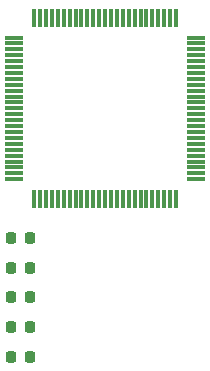
<source format=gtp>
%TF.GenerationSoftware,KiCad,Pcbnew,9.0.3*%
%TF.CreationDate,2025-08-17T12:54:53+10:00*%
%TF.ProjectId,auto,6175746f-2e6b-4696-9361-645f70636258,rev?*%
%TF.SameCoordinates,Original*%
%TF.FileFunction,Paste,Top*%
%TF.FilePolarity,Positive*%
%FSLAX46Y46*%
G04 Gerber Fmt 4.6, Leading zero omitted, Abs format (unit mm)*
G04 Created by KiCad (PCBNEW 9.0.3) date 2025-08-17 12:54:53*
%MOMM*%
%LPD*%
G01*
G04 APERTURE LIST*
G04 Aperture macros list*
%AMRoundRect*
0 Rectangle with rounded corners*
0 $1 Rounding radius*
0 $2 $3 $4 $5 $6 $7 $8 $9 X,Y pos of 4 corners*
0 Add a 4 corners polygon primitive as box body*
4,1,4,$2,$3,$4,$5,$6,$7,$8,$9,$2,$3,0*
0 Add four circle primitives for the rounded corners*
1,1,$1+$1,$2,$3*
1,1,$1+$1,$4,$5*
1,1,$1+$1,$6,$7*
1,1,$1+$1,$8,$9*
0 Add four rect primitives between the rounded corners*
20,1,$1+$1,$2,$3,$4,$5,0*
20,1,$1+$1,$4,$5,$6,$7,0*
20,1,$1+$1,$6,$7,$8,$9,0*
20,1,$1+$1,$8,$9,$2,$3,0*%
G04 Aperture macros list end*
%ADD10RoundRect,0.225000X-0.225000X-0.250000X0.225000X-0.250000X0.225000X0.250000X-0.225000X0.250000X0*%
%ADD11RoundRect,0.075000X-0.725000X-0.075000X0.725000X-0.075000X0.725000X0.075000X-0.725000X0.075000X0*%
%ADD12RoundRect,0.075000X-0.075000X-0.725000X0.075000X-0.725000X0.075000X0.725000X-0.075000X0.725000X0*%
G04 APERTURE END LIST*
D10*
%TO.C,C2*%
X143725000Y-66980000D03*
X145275000Y-66980000D03*
%TD*%
%TO.C,C1*%
X143725000Y-64470000D03*
X145275000Y-64470000D03*
%TD*%
%TO.C,C3*%
X143725000Y-69490000D03*
X145275000Y-69490000D03*
%TD*%
%TO.C,C1_2*%
X143725000Y-74510000D03*
X145275000Y-74510000D03*
%TD*%
D11*
%TO.C,U1*%
X144000000Y-47500000D03*
X144000000Y-48000000D03*
X144000000Y-48500000D03*
X144000000Y-49000000D03*
X144000000Y-49500000D03*
X144000000Y-50000000D03*
X144000000Y-50500000D03*
X144000000Y-51000000D03*
X144000000Y-51500000D03*
X144000000Y-52000000D03*
X144000000Y-52500000D03*
X144000000Y-53000000D03*
X144000000Y-53500000D03*
X144000000Y-54000000D03*
X144000000Y-54500000D03*
X144000000Y-55000000D03*
X144000000Y-55500000D03*
X144000000Y-56000000D03*
X144000000Y-56500000D03*
X144000000Y-57000000D03*
X144000000Y-57500000D03*
X144000000Y-58000000D03*
X144000000Y-58500000D03*
X144000000Y-59000000D03*
X144000000Y-59500000D03*
D12*
X145675000Y-61175000D03*
X146175000Y-61175000D03*
X146675000Y-61175000D03*
X147175000Y-61175000D03*
X147675000Y-61175000D03*
X148175000Y-61175000D03*
X148675000Y-61175000D03*
X149175000Y-61175000D03*
X149675000Y-61175000D03*
X150175000Y-61175000D03*
X150675000Y-61175000D03*
X151175000Y-61175000D03*
X151675000Y-61175000D03*
X152175000Y-61175000D03*
X152675000Y-61175000D03*
X153175000Y-61175000D03*
X153675000Y-61175000D03*
X154175000Y-61175000D03*
X154675000Y-61175000D03*
X155175000Y-61175000D03*
X155675000Y-61175000D03*
X156175000Y-61175000D03*
X156675000Y-61175000D03*
X157175000Y-61175000D03*
X157675000Y-61175000D03*
D11*
X159350000Y-59500000D03*
X159350000Y-59000000D03*
X159350000Y-58500000D03*
X159350000Y-58000000D03*
X159350000Y-57500000D03*
X159350000Y-57000000D03*
X159350000Y-56500000D03*
X159350000Y-56000000D03*
X159350000Y-55500000D03*
X159350000Y-55000000D03*
X159350000Y-54500000D03*
X159350000Y-54000000D03*
X159350000Y-53500000D03*
X159350000Y-53000000D03*
X159350000Y-52500000D03*
X159350000Y-52000000D03*
X159350000Y-51500000D03*
X159350000Y-51000000D03*
X159350000Y-50500000D03*
X159350000Y-50000000D03*
X159350000Y-49500000D03*
X159350000Y-49000000D03*
X159350000Y-48500000D03*
X159350000Y-48000000D03*
X159350000Y-47500000D03*
D12*
X157675000Y-45825000D03*
X157175000Y-45825000D03*
X156675000Y-45825000D03*
X156175000Y-45825000D03*
X155675000Y-45825000D03*
X155175000Y-45825000D03*
X154675000Y-45825000D03*
X154175000Y-45825000D03*
X153675000Y-45825000D03*
X153175000Y-45825000D03*
X152675000Y-45825000D03*
X152175000Y-45825000D03*
X151675000Y-45825000D03*
X151175000Y-45825000D03*
X150675000Y-45825000D03*
X150175000Y-45825000D03*
X149675000Y-45825000D03*
X149175000Y-45825000D03*
X148675000Y-45825000D03*
X148175000Y-45825000D03*
X147675000Y-45825000D03*
X147175000Y-45825000D03*
X146675000Y-45825000D03*
X146175000Y-45825000D03*
X145675000Y-45825000D03*
%TD*%
D10*
%TO.C,C1_1*%
X143725000Y-72000000D03*
X145275000Y-72000000D03*
%TD*%
M02*

</source>
